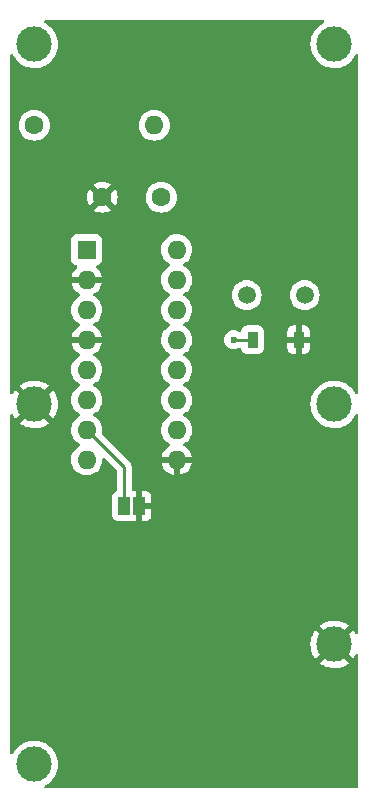
<source format=gbr>
%TF.GenerationSoftware,KiCad,Pcbnew,(6.0.5)*%
%TF.CreationDate,2022-06-15T09:44:05+09:30*%
%TF.ProjectId,SX-64 8701,53582d36-3420-4383-9730-312e6b696361,rev?*%
%TF.SameCoordinates,Original*%
%TF.FileFunction,Copper,L1,Top*%
%TF.FilePolarity,Positive*%
%FSLAX46Y46*%
G04 Gerber Fmt 4.6, Leading zero omitted, Abs format (unit mm)*
G04 Created by KiCad (PCBNEW (6.0.5)) date 2022-06-15 09:44:05*
%MOMM*%
%LPD*%
G01*
G04 APERTURE LIST*
%TA.AperFunction,ComponentPad*%
%ADD10R,1.600000X1.600000*%
%TD*%
%TA.AperFunction,ComponentPad*%
%ADD11O,1.600000X1.600000*%
%TD*%
%TA.AperFunction,ComponentPad*%
%ADD12C,1.500000*%
%TD*%
%TA.AperFunction,ComponentPad*%
%ADD13C,3.000000*%
%TD*%
%TA.AperFunction,SMDPad,CuDef*%
%ADD14R,0.900000X1.400000*%
%TD*%
%TA.AperFunction,SMDPad,CuDef*%
%ADD15R,1.000000X1.500000*%
%TD*%
%TA.AperFunction,ComponentPad*%
%ADD16C,1.600000*%
%TD*%
%TA.AperFunction,ViaPad*%
%ADD17C,0.600000*%
%TD*%
%TA.AperFunction,Conductor*%
%ADD18C,0.250000*%
%TD*%
G04 APERTURE END LIST*
D10*
%TO.P,U1,1,N/C*%
%TO.N,N/C*%
X128524000Y-85092500D03*
D11*
%TO.P,U1,2,VSS*%
%TO.N,GND*%
X128524000Y-87632500D03*
%TO.P,U1,3,N/C*%
%TO.N,N/C*%
X128524000Y-90172500D03*
%TO.P,U1,4,N/C*%
%TO.N,GND*%
X128524000Y-92712500D03*
%TO.P,U1,5,Reset*%
%TO.N,N/C*%
X128524000Y-95252500D03*
%TO.P,U1,6,PhiDot*%
X128524000Y-97792500D03*
%TO.P,U1,7,PAL/NTSC*%
X128524000Y-100332500D03*
%TO.P,U1,8,PhiColor*%
X128524000Y-102872500D03*
%TO.P,U1,9,VSS*%
%TO.N,GND*%
X136144000Y-102872500D03*
%TO.P,U1,10,N/C*%
%TO.N,N/C*%
X136144000Y-100332500D03*
%TO.P,U1,11,N/C*%
X136144000Y-97792500D03*
%TO.P,U1,12,VDD*%
X136144000Y-95252500D03*
%TO.P,U1,13,XTAL_Out*%
X136144000Y-92712500D03*
%TO.P,U1,14,XTAL_In*%
X136144000Y-90172500D03*
%TO.P,U1,15,VDD*%
X136144000Y-87632500D03*
%TO.P,U1,16,N/C*%
X136144000Y-85092500D03*
%TD*%
D12*
%TO.P,X1,1,1*%
%TO.N,N/C*%
X146976000Y-88930000D03*
%TO.P,X1,2,2*%
X142076000Y-88930000D03*
%TD*%
D13*
%TO.P,DotClock,2*%
%TO.N,N/C*%
X149481500Y-98173500D03*
%TD*%
D14*
%TO.P,CT1,1*%
%TO.N,N/C*%
X142576000Y-92710000D03*
%TO.P,CT1,2*%
%TO.N,GND*%
X146476000Y-92710000D03*
%TD*%
D13*
%TO.P,\u00D8Color,6*%
%TO.N,N/C*%
X124081500Y-128653500D03*
%TD*%
%TO.P,\u00D8o,3*%
%TO.N,N/C*%
X149481500Y-67693500D03*
%TD*%
%TO.P,5V,4*%
%TO.N,N/C*%
X124081500Y-67693500D03*
%TD*%
%TO.P,GND,5*%
%TO.N,GND*%
X124081500Y-98173500D03*
%TD*%
D15*
%TO.P,JP1,1*%
%TO.N,N/C*%
X131684000Y-106807000D03*
%TO.P,JP1,2*%
%TO.N,GND*%
X132984000Y-106807000D03*
%TD*%
D16*
%TO.P,C1,1*%
%TO.N,GND*%
X129834000Y-80645000D03*
%TO.P,C1,2*%
%TO.N,N/C*%
X134834000Y-80645000D03*
%TD*%
D13*
%TO.P,GND,1*%
%TO.N,GND*%
X149481500Y-118493500D03*
%TD*%
D16*
%TO.P,L1,1*%
%TO.N,N/C*%
X124079000Y-74549000D03*
D11*
%TO.P,L1,2*%
X134239000Y-74549000D03*
%TD*%
D17*
%TO.N,*%
X140970000Y-92710000D03*
%TD*%
D18*
%TO.N,*%
X131684000Y-106807000D02*
X131684000Y-103492500D01*
X131684000Y-103492500D02*
X128524000Y-100332500D01*
X142576000Y-92710000D02*
X140970000Y-92710000D01*
%TD*%
%TA.AperFunction,Conductor*%
%TO.N,GND*%
G36*
X148578042Y-65682002D02*
G01*
X148624535Y-65735658D01*
X148634639Y-65805932D01*
X148605145Y-65870512D01*
X148568138Y-65899473D01*
X148567530Y-65899732D01*
X148547625Y-65911645D01*
X148336225Y-66038164D01*
X148336221Y-66038167D01*
X148332543Y-66040368D01*
X148118818Y-66211594D01*
X147930308Y-66410242D01*
X147770502Y-66632636D01*
X147642357Y-66874661D01*
X147640885Y-66878684D01*
X147640883Y-66878688D01*
X147633814Y-66898006D01*
X147548243Y-67131837D01*
X147489904Y-67399407D01*
X147468417Y-67672418D01*
X147484182Y-67945820D01*
X147485007Y-67950025D01*
X147485008Y-67950033D01*
X147495627Y-68004157D01*
X147536905Y-68214553D01*
X147538292Y-68218603D01*
X147538293Y-68218608D01*
X147559105Y-68279395D01*
X147625612Y-68473644D01*
X147748660Y-68718299D01*
X147751086Y-68721828D01*
X147751089Y-68721834D01*
X147901343Y-68940453D01*
X147903774Y-68943990D01*
X148088082Y-69146543D01*
X148298175Y-69322207D01*
X148301816Y-69324491D01*
X148526524Y-69465451D01*
X148526528Y-69465453D01*
X148530164Y-69467734D01*
X148598044Y-69498383D01*
X148775845Y-69578664D01*
X148775849Y-69578666D01*
X148779757Y-69580430D01*
X148783877Y-69581650D01*
X148783876Y-69581650D01*
X149038223Y-69656991D01*
X149038227Y-69656992D01*
X149042336Y-69658209D01*
X149046570Y-69658857D01*
X149046575Y-69658858D01*
X149308798Y-69698983D01*
X149308800Y-69698983D01*
X149313040Y-69699632D01*
X149452412Y-69701822D01*
X149582571Y-69703867D01*
X149582577Y-69703867D01*
X149586862Y-69703934D01*
X149858735Y-69671034D01*
X150123627Y-69601541D01*
X150127587Y-69599901D01*
X150127592Y-69599899D01*
X150250131Y-69549141D01*
X150376636Y-69496741D01*
X150613082Y-69358573D01*
X150828589Y-69189594D01*
X150870309Y-69146543D01*
X151016186Y-68996009D01*
X151019169Y-68992931D01*
X151021702Y-68989483D01*
X151021706Y-68989478D01*
X151178757Y-68775678D01*
X151181295Y-68772223D01*
X151276269Y-68597303D01*
X151326352Y-68546981D01*
X151395690Y-68531725D01*
X151462269Y-68556377D01*
X151504951Y-68613112D01*
X151513000Y-68657425D01*
X151513000Y-97211391D01*
X151492998Y-97279512D01*
X151439342Y-97326005D01*
X151369068Y-97336109D01*
X151304488Y-97306615D01*
X151275034Y-97269181D01*
X151205478Y-97134419D01*
X151205478Y-97134418D01*
X151203513Y-97130612D01*
X151193540Y-97116421D01*
X151048508Y-96910062D01*
X151046045Y-96906557D01*
X150859625Y-96705945D01*
X150856310Y-96703231D01*
X150856306Y-96703228D01*
X150651023Y-96535206D01*
X150647705Y-96532490D01*
X150414204Y-96389401D01*
X150410268Y-96387673D01*
X150167373Y-96281049D01*
X150167369Y-96281048D01*
X150163445Y-96279325D01*
X149900066Y-96204300D01*
X149895824Y-96203696D01*
X149895818Y-96203695D01*
X149695334Y-96175162D01*
X149628943Y-96165713D01*
X149485089Y-96164960D01*
X149359377Y-96164302D01*
X149359371Y-96164302D01*
X149355091Y-96164280D01*
X149350847Y-96164839D01*
X149350843Y-96164839D01*
X149231802Y-96180511D01*
X149083578Y-96200025D01*
X149079438Y-96201158D01*
X149079436Y-96201158D01*
X149006508Y-96221109D01*
X148819428Y-96272288D01*
X148815480Y-96273972D01*
X148571482Y-96378046D01*
X148571478Y-96378048D01*
X148567530Y-96379732D01*
X148519788Y-96408305D01*
X148336225Y-96518164D01*
X148336221Y-96518167D01*
X148332543Y-96520368D01*
X148118818Y-96691594D01*
X147930308Y-96890242D01*
X147770502Y-97112636D01*
X147642357Y-97354661D01*
X147640885Y-97358684D01*
X147640883Y-97358688D01*
X147633741Y-97378205D01*
X147548243Y-97611837D01*
X147489904Y-97879407D01*
X147468417Y-98152418D01*
X147484182Y-98425820D01*
X147485007Y-98430025D01*
X147485008Y-98430033D01*
X147506198Y-98538039D01*
X147536905Y-98694553D01*
X147538292Y-98698603D01*
X147538293Y-98698608D01*
X147618321Y-98932349D01*
X147625612Y-98953644D01*
X147667222Y-99036377D01*
X147716480Y-99134315D01*
X147748660Y-99198299D01*
X147751086Y-99201828D01*
X147751089Y-99201834D01*
X147880241Y-99389750D01*
X147903774Y-99423990D01*
X148088082Y-99626543D01*
X148298175Y-99802207D01*
X148301816Y-99804491D01*
X148526524Y-99945451D01*
X148526528Y-99945453D01*
X148530164Y-99947734D01*
X148598044Y-99978383D01*
X148775845Y-100058664D01*
X148775849Y-100058666D01*
X148779757Y-100060430D01*
X148783877Y-100061650D01*
X148783876Y-100061650D01*
X149038223Y-100136991D01*
X149038227Y-100136992D01*
X149042336Y-100138209D01*
X149046570Y-100138857D01*
X149046575Y-100138858D01*
X149308798Y-100178983D01*
X149308800Y-100178983D01*
X149313040Y-100179632D01*
X149452412Y-100181822D01*
X149582571Y-100183867D01*
X149582577Y-100183867D01*
X149586862Y-100183934D01*
X149858735Y-100151034D01*
X150123627Y-100081541D01*
X150127587Y-100079901D01*
X150127592Y-100079899D01*
X150250131Y-100029141D01*
X150376636Y-99976741D01*
X150613082Y-99838573D01*
X150828589Y-99669594D01*
X150870309Y-99626543D01*
X151016186Y-99476009D01*
X151019169Y-99472931D01*
X151021702Y-99469483D01*
X151021706Y-99469478D01*
X151178757Y-99255678D01*
X151181295Y-99252223D01*
X151183488Y-99248185D01*
X151276269Y-99077303D01*
X151326352Y-99026981D01*
X151395690Y-99011725D01*
X151462269Y-99036377D01*
X151504951Y-99093112D01*
X151513000Y-99137425D01*
X151513000Y-117532481D01*
X151492998Y-117600602D01*
X151439342Y-117647095D01*
X151369068Y-117657199D01*
X151304488Y-117627705D01*
X151275034Y-117590270D01*
X151205053Y-117454683D01*
X151200622Y-117447366D01*
X151081531Y-117277917D01*
X151071009Y-117269537D01*
X151057621Y-117276589D01*
X149853522Y-118480688D01*
X149845908Y-118494632D01*
X149846039Y-118496465D01*
X149850290Y-118503080D01*
X151057230Y-119710020D01*
X151069439Y-119716687D01*
X151080939Y-119707997D01*
X151178331Y-119575413D01*
X151182918Y-119568185D01*
X151276269Y-119396255D01*
X151326352Y-119345933D01*
X151395690Y-119330677D01*
X151462269Y-119355329D01*
X151504951Y-119412064D01*
X151513000Y-119456377D01*
X151513000Y-130559000D01*
X151492998Y-130627121D01*
X151439342Y-130673614D01*
X151387000Y-130685000D01*
X125051380Y-130685000D01*
X124983259Y-130664998D01*
X124936766Y-130611342D01*
X124926662Y-130541068D01*
X124956156Y-130476488D01*
X124987809Y-130450212D01*
X125209379Y-130320737D01*
X125209380Y-130320736D01*
X125213082Y-130318573D01*
X125428589Y-130149594D01*
X125470309Y-130106543D01*
X125616186Y-129956009D01*
X125619169Y-129952931D01*
X125621702Y-129949483D01*
X125621706Y-129949478D01*
X125778757Y-129735678D01*
X125781295Y-129732223D01*
X125808654Y-129681834D01*
X125909918Y-129495330D01*
X125909919Y-129495328D01*
X125911968Y-129491554D01*
X126008769Y-129235377D01*
X126069907Y-128968433D01*
X126094251Y-128695661D01*
X126094693Y-128653500D01*
X126076067Y-128380278D01*
X126020532Y-128112112D01*
X125929117Y-127853965D01*
X125803513Y-127610612D01*
X125793540Y-127596421D01*
X125648508Y-127390062D01*
X125646045Y-127386557D01*
X125459625Y-127185945D01*
X125456310Y-127183231D01*
X125456306Y-127183228D01*
X125251023Y-127015206D01*
X125247705Y-127012490D01*
X125014204Y-126869401D01*
X125010268Y-126867673D01*
X124767373Y-126761049D01*
X124767369Y-126761048D01*
X124763445Y-126759325D01*
X124500066Y-126684300D01*
X124495824Y-126683696D01*
X124495818Y-126683695D01*
X124295334Y-126655162D01*
X124228943Y-126645713D01*
X124085089Y-126644960D01*
X123959377Y-126644302D01*
X123959371Y-126644302D01*
X123955091Y-126644280D01*
X123950847Y-126644839D01*
X123950843Y-126644839D01*
X123831802Y-126660511D01*
X123683578Y-126680025D01*
X123679438Y-126681158D01*
X123679436Y-126681158D01*
X123606508Y-126701109D01*
X123419428Y-126752288D01*
X123415480Y-126753972D01*
X123171482Y-126858046D01*
X123171478Y-126858048D01*
X123167530Y-126859732D01*
X123147625Y-126871645D01*
X122936225Y-126998164D01*
X122936221Y-126998167D01*
X122932543Y-127000368D01*
X122718818Y-127171594D01*
X122530308Y-127370242D01*
X122370502Y-127592636D01*
X122368498Y-127596421D01*
X122287355Y-127749674D01*
X122237802Y-127800517D01*
X122168627Y-127816499D01*
X122101794Y-127792545D01*
X122058520Y-127736261D01*
X122050000Y-127690715D01*
X122050000Y-120083154D01*
X148257118Y-120083154D01*
X148264173Y-120093127D01*
X148295179Y-120119051D01*
X148302098Y-120124079D01*
X148526772Y-120265015D01*
X148534307Y-120269056D01*
X148776020Y-120378194D01*
X148784051Y-120381180D01*
X149038332Y-120456502D01*
X149046684Y-120458369D01*
X149308840Y-120498484D01*
X149317374Y-120499200D01*
X149582545Y-120503367D01*
X149591096Y-120502918D01*
X149854383Y-120471057D01*
X149862784Y-120469455D01*
X150119324Y-120402153D01*
X150127426Y-120399426D01*
X150372449Y-120297934D01*
X150380117Y-120294128D01*
X150609098Y-120160322D01*
X150616179Y-120155509D01*
X150696155Y-120092801D01*
X150704625Y-120080942D01*
X150698108Y-120069318D01*
X149494312Y-118865522D01*
X149480368Y-118857908D01*
X149478535Y-118858039D01*
X149471920Y-118862290D01*
X148264410Y-120069800D01*
X148257118Y-120083154D01*
X122050000Y-120083154D01*
X122050000Y-118476704D01*
X147469165Y-118476704D01*
X147484432Y-118741469D01*
X147485505Y-118749970D01*
X147536565Y-119010222D01*
X147538776Y-119018474D01*
X147624684Y-119269394D01*
X147627999Y-119277279D01*
X147747164Y-119514213D01*
X147751520Y-119521579D01*
X147880847Y-119709750D01*
X147891101Y-119718094D01*
X147904842Y-119710948D01*
X149109478Y-118506312D01*
X149117092Y-118492368D01*
X149116961Y-118490535D01*
X149112710Y-118483920D01*
X147905314Y-117276524D01*
X147893304Y-117269966D01*
X147881564Y-117278934D01*
X147773435Y-117429411D01*
X147768918Y-117436696D01*
X147644825Y-117671067D01*
X147641339Y-117678895D01*
X147550200Y-117927946D01*
X147547811Y-117936170D01*
X147491312Y-118195295D01*
X147490063Y-118203750D01*
X147469254Y-118468153D01*
X147469165Y-118476704D01*
X122050000Y-118476704D01*
X122050000Y-116906000D01*
X148258084Y-116906000D01*
X148264480Y-116917270D01*
X149468688Y-118121478D01*
X149482632Y-118129092D01*
X149484465Y-118128961D01*
X149491080Y-118124710D01*
X150698104Y-116917686D01*
X150705295Y-116904517D01*
X150697973Y-116894280D01*
X150650733Y-116855615D01*
X150643761Y-116850660D01*
X150417622Y-116712082D01*
X150410052Y-116708124D01*
X150167204Y-116601522D01*
X150159144Y-116598620D01*
X149904092Y-116525967D01*
X149895714Y-116524185D01*
X149633156Y-116486818D01*
X149624611Y-116486191D01*
X149359408Y-116484802D01*
X149350874Y-116485339D01*
X149087933Y-116519956D01*
X149079535Y-116521649D01*
X148823738Y-116591627D01*
X148815643Y-116594446D01*
X148571699Y-116698497D01*
X148564077Y-116702381D01*
X148336513Y-116838575D01*
X148329481Y-116843462D01*
X148266553Y-116893877D01*
X148258084Y-116906000D01*
X122050000Y-116906000D01*
X122050000Y-102872500D01*
X127210502Y-102872500D01*
X127230457Y-103100587D01*
X127231881Y-103105900D01*
X127231881Y-103105902D01*
X127278897Y-103281365D01*
X127289716Y-103321743D01*
X127292039Y-103326724D01*
X127292039Y-103326725D01*
X127384151Y-103524262D01*
X127384154Y-103524267D01*
X127386477Y-103529249D01*
X127517802Y-103716800D01*
X127679700Y-103878698D01*
X127684208Y-103881855D01*
X127684211Y-103881857D01*
X127762389Y-103936598D01*
X127867251Y-104010023D01*
X127872233Y-104012346D01*
X127872238Y-104012349D01*
X128068765Y-104103990D01*
X128074757Y-104106784D01*
X128080065Y-104108206D01*
X128080067Y-104108207D01*
X128290598Y-104164619D01*
X128290600Y-104164619D01*
X128295913Y-104166043D01*
X128524000Y-104185998D01*
X128752087Y-104166043D01*
X128757400Y-104164619D01*
X128757402Y-104164619D01*
X128967933Y-104108207D01*
X128967935Y-104108206D01*
X128973243Y-104106784D01*
X128979235Y-104103990D01*
X129175762Y-104012349D01*
X129175767Y-104012346D01*
X129180749Y-104010023D01*
X129285611Y-103936598D01*
X129363789Y-103881857D01*
X129363792Y-103881855D01*
X129368300Y-103878698D01*
X129530198Y-103716800D01*
X129661523Y-103529249D01*
X129663846Y-103524267D01*
X129663849Y-103524262D01*
X129755961Y-103326725D01*
X129755961Y-103326724D01*
X129758284Y-103321743D01*
X129769104Y-103281365D01*
X129816119Y-103105902D01*
X129816119Y-103105900D01*
X129817543Y-103100587D01*
X129837498Y-102872500D01*
X129837019Y-102867025D01*
X129837019Y-102867015D01*
X129835974Y-102855072D01*
X129849962Y-102785467D01*
X129899361Y-102734474D01*
X129968486Y-102718283D01*
X130035392Y-102742035D01*
X130050589Y-102754994D01*
X131013595Y-103718000D01*
X131047621Y-103780312D01*
X131050500Y-103807095D01*
X131050500Y-105476618D01*
X131030498Y-105544739D01*
X130976842Y-105591232D01*
X130968731Y-105594599D01*
X130945707Y-105603231D01*
X130945704Y-105603232D01*
X130937295Y-105606385D01*
X130820739Y-105693739D01*
X130733385Y-105810295D01*
X130682255Y-105946684D01*
X130675500Y-106008866D01*
X130675500Y-107605134D01*
X130682255Y-107667316D01*
X130733385Y-107803705D01*
X130820739Y-107920261D01*
X130937295Y-108007615D01*
X131073684Y-108058745D01*
X131135866Y-108065500D01*
X132232134Y-108065500D01*
X132294316Y-108058745D01*
X132301716Y-108055971D01*
X132305942Y-108054966D01*
X132364239Y-108054966D01*
X132381646Y-108059105D01*
X132432514Y-108064631D01*
X132439328Y-108065000D01*
X132711885Y-108065000D01*
X132727124Y-108060525D01*
X132728329Y-108059135D01*
X132730000Y-108051452D01*
X132730000Y-108046884D01*
X133238000Y-108046884D01*
X133242475Y-108062123D01*
X133243865Y-108063328D01*
X133251548Y-108064999D01*
X133528669Y-108064999D01*
X133535490Y-108064629D01*
X133586352Y-108059105D01*
X133601604Y-108055479D01*
X133722054Y-108010324D01*
X133737649Y-108001786D01*
X133839724Y-107925285D01*
X133852285Y-107912724D01*
X133928786Y-107810649D01*
X133937324Y-107795054D01*
X133982478Y-107674606D01*
X133986105Y-107659351D01*
X133991631Y-107608486D01*
X133992000Y-107601672D01*
X133992000Y-107079115D01*
X133987525Y-107063876D01*
X133986135Y-107062671D01*
X133978452Y-107061000D01*
X133256115Y-107061000D01*
X133240876Y-107065475D01*
X133239671Y-107066865D01*
X133238000Y-107074548D01*
X133238000Y-108046884D01*
X132730000Y-108046884D01*
X132730000Y-106534885D01*
X133238000Y-106534885D01*
X133242475Y-106550124D01*
X133243865Y-106551329D01*
X133251548Y-106553000D01*
X133973884Y-106553000D01*
X133989123Y-106548525D01*
X133990328Y-106547135D01*
X133991999Y-106539452D01*
X133991999Y-106012331D01*
X133991629Y-106005510D01*
X133986105Y-105954648D01*
X133982479Y-105939396D01*
X133937324Y-105818946D01*
X133928786Y-105803351D01*
X133852285Y-105701276D01*
X133839724Y-105688715D01*
X133737649Y-105612214D01*
X133722054Y-105603676D01*
X133601606Y-105558522D01*
X133586351Y-105554895D01*
X133535486Y-105549369D01*
X133528672Y-105549000D01*
X133256115Y-105549000D01*
X133240876Y-105553475D01*
X133239671Y-105554865D01*
X133238000Y-105562548D01*
X133238000Y-106534885D01*
X132730000Y-106534885D01*
X132730000Y-105567116D01*
X132725525Y-105551877D01*
X132724135Y-105550672D01*
X132716452Y-105549001D01*
X132443500Y-105549001D01*
X132375379Y-105528999D01*
X132328886Y-105475343D01*
X132317500Y-105423001D01*
X132317500Y-103571267D01*
X132318027Y-103560084D01*
X132319702Y-103552591D01*
X132317562Y-103484500D01*
X132317500Y-103480543D01*
X132317500Y-103452644D01*
X132316996Y-103448653D01*
X132316063Y-103436811D01*
X132314923Y-103400536D01*
X132314674Y-103392611D01*
X132312462Y-103384997D01*
X132312461Y-103384992D01*
X132309023Y-103373159D01*
X132305012Y-103353795D01*
X132303467Y-103341564D01*
X132302474Y-103333703D01*
X132299557Y-103326336D01*
X132299556Y-103326331D01*
X132286198Y-103292592D01*
X132282354Y-103281365D01*
X132272230Y-103246522D01*
X132270018Y-103238907D01*
X132259707Y-103221472D01*
X132251012Y-103203724D01*
X132243552Y-103184883D01*
X132217564Y-103149113D01*
X132211048Y-103139193D01*
X132210947Y-103139022D01*
X134861273Y-103139022D01*
X134908764Y-103316261D01*
X134912510Y-103326553D01*
X135004586Y-103524011D01*
X135010069Y-103533507D01*
X135135028Y-103711967D01*
X135142084Y-103720375D01*
X135296125Y-103874416D01*
X135304533Y-103881472D01*
X135482993Y-104006431D01*
X135492489Y-104011914D01*
X135689947Y-104103990D01*
X135700239Y-104107736D01*
X135872503Y-104153894D01*
X135886599Y-104153558D01*
X135890000Y-104145616D01*
X135890000Y-104140467D01*
X136398000Y-104140467D01*
X136401973Y-104153998D01*
X136410522Y-104155227D01*
X136587761Y-104107736D01*
X136598053Y-104103990D01*
X136795511Y-104011914D01*
X136805007Y-104006431D01*
X136983467Y-103881472D01*
X136991875Y-103874416D01*
X137145916Y-103720375D01*
X137152972Y-103711967D01*
X137277931Y-103533507D01*
X137283414Y-103524011D01*
X137375490Y-103326553D01*
X137379236Y-103316261D01*
X137425394Y-103143997D01*
X137425058Y-103129901D01*
X137417116Y-103126500D01*
X136416115Y-103126500D01*
X136400876Y-103130975D01*
X136399671Y-103132365D01*
X136398000Y-103140048D01*
X136398000Y-104140467D01*
X135890000Y-104140467D01*
X135890000Y-103144615D01*
X135885525Y-103129376D01*
X135884135Y-103128171D01*
X135876452Y-103126500D01*
X134876033Y-103126500D01*
X134862502Y-103130473D01*
X134861273Y-103139022D01*
X132210947Y-103139022D01*
X132192580Y-103107965D01*
X132192578Y-103107962D01*
X132188542Y-103101138D01*
X132174221Y-103086817D01*
X132161380Y-103071783D01*
X132154131Y-103061806D01*
X132149472Y-103055393D01*
X132115395Y-103027202D01*
X132106616Y-103019212D01*
X129833152Y-100745748D01*
X129799126Y-100683436D01*
X129800541Y-100624041D01*
X129816118Y-100565909D01*
X129816120Y-100565898D01*
X129817543Y-100560587D01*
X129837498Y-100332500D01*
X134830502Y-100332500D01*
X134850457Y-100560587D01*
X134851881Y-100565900D01*
X134851881Y-100565902D01*
X134883375Y-100683436D01*
X134909716Y-100781743D01*
X134912039Y-100786724D01*
X134912039Y-100786725D01*
X135004151Y-100984262D01*
X135004154Y-100984267D01*
X135006477Y-100989249D01*
X135137802Y-101176800D01*
X135299700Y-101338698D01*
X135304208Y-101341855D01*
X135304211Y-101341857D01*
X135382389Y-101396598D01*
X135487251Y-101470023D01*
X135492233Y-101472346D01*
X135492238Y-101472349D01*
X135527049Y-101488581D01*
X135580334Y-101535498D01*
X135599795Y-101603775D01*
X135579253Y-101671735D01*
X135527049Y-101716971D01*
X135492489Y-101733086D01*
X135482993Y-101738569D01*
X135304533Y-101863528D01*
X135296125Y-101870584D01*
X135142084Y-102024625D01*
X135135028Y-102033033D01*
X135010069Y-102211493D01*
X135004586Y-102220989D01*
X134912510Y-102418447D01*
X134908764Y-102428739D01*
X134862606Y-102601003D01*
X134862942Y-102615099D01*
X134870884Y-102618500D01*
X137411967Y-102618500D01*
X137425498Y-102614527D01*
X137426727Y-102605978D01*
X137379236Y-102428739D01*
X137375490Y-102418447D01*
X137283414Y-102220989D01*
X137277931Y-102211493D01*
X137152972Y-102033033D01*
X137145916Y-102024625D01*
X136991875Y-101870584D01*
X136983467Y-101863528D01*
X136805007Y-101738569D01*
X136795511Y-101733086D01*
X136760951Y-101716971D01*
X136707666Y-101670054D01*
X136688205Y-101601777D01*
X136708747Y-101533817D01*
X136760951Y-101488581D01*
X136795762Y-101472349D01*
X136795767Y-101472346D01*
X136800749Y-101470023D01*
X136905611Y-101396598D01*
X136983789Y-101341857D01*
X136983792Y-101341855D01*
X136988300Y-101338698D01*
X137150198Y-101176800D01*
X137281523Y-100989249D01*
X137283846Y-100984267D01*
X137283849Y-100984262D01*
X137375961Y-100786725D01*
X137375961Y-100786724D01*
X137378284Y-100781743D01*
X137404626Y-100683436D01*
X137436119Y-100565902D01*
X137436119Y-100565900D01*
X137437543Y-100560587D01*
X137457498Y-100332500D01*
X137437543Y-100104413D01*
X137431706Y-100082630D01*
X137379707Y-99888567D01*
X137379706Y-99888565D01*
X137378284Y-99883257D01*
X137357448Y-99838573D01*
X137283849Y-99680738D01*
X137283846Y-99680733D01*
X137281523Y-99675751D01*
X137150198Y-99488200D01*
X136988300Y-99326302D01*
X136983792Y-99323145D01*
X136983789Y-99323143D01*
X136887060Y-99255413D01*
X136800749Y-99194977D01*
X136795767Y-99192654D01*
X136795762Y-99192651D01*
X136761543Y-99176695D01*
X136708258Y-99129778D01*
X136688797Y-99061501D01*
X136709339Y-98993541D01*
X136761543Y-98948305D01*
X136795762Y-98932349D01*
X136795767Y-98932346D01*
X136800749Y-98930023D01*
X136905611Y-98856598D01*
X136983789Y-98801857D01*
X136983792Y-98801855D01*
X136988300Y-98798698D01*
X137150198Y-98636800D01*
X137281523Y-98449249D01*
X137283846Y-98444267D01*
X137283849Y-98444262D01*
X137375961Y-98246725D01*
X137375961Y-98246724D01*
X137378284Y-98241743D01*
X137396267Y-98174632D01*
X137436119Y-98025902D01*
X137436119Y-98025900D01*
X137437543Y-98020587D01*
X137457498Y-97792500D01*
X137437543Y-97564413D01*
X137436119Y-97559098D01*
X137379707Y-97348567D01*
X137379706Y-97348565D01*
X137378284Y-97343257D01*
X137368179Y-97321587D01*
X137283849Y-97140738D01*
X137283846Y-97140733D01*
X137281523Y-97135751D01*
X137150198Y-96948200D01*
X136988300Y-96786302D01*
X136983792Y-96783145D01*
X136983789Y-96783143D01*
X136878027Y-96709088D01*
X136800749Y-96654977D01*
X136795767Y-96652654D01*
X136795762Y-96652651D01*
X136761543Y-96636695D01*
X136708258Y-96589778D01*
X136688797Y-96521501D01*
X136709339Y-96453541D01*
X136761543Y-96408305D01*
X136795762Y-96392349D01*
X136795767Y-96392346D01*
X136800749Y-96390023D01*
X136969836Y-96271627D01*
X136983789Y-96261857D01*
X136983792Y-96261855D01*
X136988300Y-96258698D01*
X137150198Y-96096800D01*
X137281523Y-95909249D01*
X137283846Y-95904267D01*
X137283849Y-95904262D01*
X137375961Y-95706725D01*
X137375961Y-95706724D01*
X137378284Y-95701743D01*
X137437543Y-95480587D01*
X137457498Y-95252500D01*
X137437543Y-95024413D01*
X137378284Y-94803257D01*
X137375961Y-94798275D01*
X137283849Y-94600738D01*
X137283846Y-94600733D01*
X137281523Y-94595751D01*
X137150198Y-94408200D01*
X136988300Y-94246302D01*
X136983792Y-94243145D01*
X136983789Y-94243143D01*
X136905611Y-94188402D01*
X136800749Y-94114977D01*
X136795767Y-94112654D01*
X136795762Y-94112651D01*
X136761543Y-94096695D01*
X136708258Y-94049778D01*
X136688797Y-93981501D01*
X136709339Y-93913541D01*
X136761543Y-93868305D01*
X136795762Y-93852349D01*
X136795767Y-93852346D01*
X136800749Y-93850023D01*
X136921140Y-93765724D01*
X136983789Y-93721857D01*
X136983792Y-93721855D01*
X136988300Y-93718698D01*
X137150198Y-93556800D01*
X137170642Y-93527604D01*
X137224317Y-93450947D01*
X137281523Y-93369249D01*
X137283846Y-93364267D01*
X137283849Y-93364262D01*
X137375961Y-93166725D01*
X137375961Y-93166724D01*
X137378284Y-93161743D01*
X137406271Y-93057297D01*
X137436119Y-92945902D01*
X137436119Y-92945900D01*
X137437543Y-92940587D01*
X137457498Y-92712500D01*
X137456285Y-92698640D01*
X140156463Y-92698640D01*
X140174163Y-92879160D01*
X140231418Y-93051273D01*
X140235065Y-93057295D01*
X140235066Y-93057297D01*
X140301338Y-93166725D01*
X140325380Y-93206424D01*
X140451382Y-93336902D01*
X140603159Y-93436222D01*
X140609763Y-93438678D01*
X140609765Y-93438679D01*
X140766558Y-93496990D01*
X140766560Y-93496990D01*
X140773168Y-93499448D01*
X140856995Y-93510633D01*
X140945980Y-93522507D01*
X140945984Y-93522507D01*
X140952961Y-93523438D01*
X140959972Y-93522800D01*
X140959976Y-93522800D01*
X141102459Y-93509832D01*
X141133600Y-93506998D01*
X141140302Y-93504820D01*
X141140304Y-93504820D01*
X141299409Y-93453124D01*
X141299412Y-93453123D01*
X141306108Y-93450947D01*
X141429245Y-93377542D01*
X141497998Y-93359843D01*
X141565408Y-93382125D01*
X141610070Y-93437314D01*
X141619024Y-93472164D01*
X141624255Y-93520316D01*
X141675385Y-93656705D01*
X141762739Y-93773261D01*
X141879295Y-93860615D01*
X142015684Y-93911745D01*
X142077866Y-93918500D01*
X143074134Y-93918500D01*
X143136316Y-93911745D01*
X143272705Y-93860615D01*
X143389261Y-93773261D01*
X143476615Y-93656705D01*
X143527745Y-93520316D01*
X143534500Y-93458134D01*
X143534500Y-93454669D01*
X145518001Y-93454669D01*
X145518371Y-93461490D01*
X145523895Y-93512352D01*
X145527521Y-93527604D01*
X145572676Y-93648054D01*
X145581214Y-93663649D01*
X145657715Y-93765724D01*
X145670276Y-93778285D01*
X145772351Y-93854786D01*
X145787946Y-93863324D01*
X145908394Y-93908478D01*
X145923649Y-93912105D01*
X145974514Y-93917631D01*
X145981328Y-93918000D01*
X146203885Y-93918000D01*
X146219124Y-93913525D01*
X146220329Y-93912135D01*
X146222000Y-93904452D01*
X146222000Y-93899884D01*
X146730000Y-93899884D01*
X146734475Y-93915123D01*
X146735865Y-93916328D01*
X146743548Y-93917999D01*
X146970669Y-93917999D01*
X146977490Y-93917629D01*
X147028352Y-93912105D01*
X147043604Y-93908479D01*
X147164054Y-93863324D01*
X147179649Y-93854786D01*
X147281724Y-93778285D01*
X147294285Y-93765724D01*
X147370786Y-93663649D01*
X147379324Y-93648054D01*
X147424478Y-93527606D01*
X147428105Y-93512351D01*
X147433631Y-93461486D01*
X147434000Y-93454672D01*
X147434000Y-92982115D01*
X147429525Y-92966876D01*
X147428135Y-92965671D01*
X147420452Y-92964000D01*
X146748115Y-92964000D01*
X146732876Y-92968475D01*
X146731671Y-92969865D01*
X146730000Y-92977548D01*
X146730000Y-93899884D01*
X146222000Y-93899884D01*
X146222000Y-92982115D01*
X146217525Y-92966876D01*
X146216135Y-92965671D01*
X146208452Y-92964000D01*
X145536116Y-92964000D01*
X145520877Y-92968475D01*
X145519672Y-92969865D01*
X145518001Y-92977548D01*
X145518001Y-93454669D01*
X143534500Y-93454669D01*
X143534500Y-92437885D01*
X145518000Y-92437885D01*
X145522475Y-92453124D01*
X145523865Y-92454329D01*
X145531548Y-92456000D01*
X146203885Y-92456000D01*
X146219124Y-92451525D01*
X146220329Y-92450135D01*
X146222000Y-92442452D01*
X146222000Y-92437885D01*
X146730000Y-92437885D01*
X146734475Y-92453124D01*
X146735865Y-92454329D01*
X146743548Y-92456000D01*
X147415884Y-92456000D01*
X147431123Y-92451525D01*
X147432328Y-92450135D01*
X147433999Y-92442452D01*
X147433999Y-91965331D01*
X147433629Y-91958510D01*
X147428105Y-91907648D01*
X147424479Y-91892396D01*
X147379324Y-91771946D01*
X147370786Y-91756351D01*
X147294285Y-91654276D01*
X147281724Y-91641715D01*
X147179649Y-91565214D01*
X147164054Y-91556676D01*
X147043606Y-91511522D01*
X147028351Y-91507895D01*
X146977486Y-91502369D01*
X146970672Y-91502000D01*
X146748115Y-91502000D01*
X146732876Y-91506475D01*
X146731671Y-91507865D01*
X146730000Y-91515548D01*
X146730000Y-92437885D01*
X146222000Y-92437885D01*
X146222000Y-91520116D01*
X146217525Y-91504877D01*
X146216135Y-91503672D01*
X146208452Y-91502001D01*
X145981331Y-91502001D01*
X145974510Y-91502371D01*
X145923648Y-91507895D01*
X145908396Y-91511521D01*
X145787946Y-91556676D01*
X145772351Y-91565214D01*
X145670276Y-91641715D01*
X145657715Y-91654276D01*
X145581214Y-91756351D01*
X145572676Y-91771946D01*
X145527522Y-91892394D01*
X145523895Y-91907649D01*
X145518369Y-91958514D01*
X145518000Y-91965328D01*
X145518000Y-92437885D01*
X143534500Y-92437885D01*
X143534500Y-91961866D01*
X143527745Y-91899684D01*
X143476615Y-91763295D01*
X143389261Y-91646739D01*
X143272705Y-91559385D01*
X143136316Y-91508255D01*
X143074134Y-91501500D01*
X142077866Y-91501500D01*
X142015684Y-91508255D01*
X141879295Y-91559385D01*
X141762739Y-91646739D01*
X141675385Y-91763295D01*
X141624255Y-91899684D01*
X141622022Y-91920243D01*
X141618891Y-91949061D01*
X141591649Y-92014623D01*
X141533286Y-92055049D01*
X141462332Y-92057504D01*
X141426117Y-92041840D01*
X141326666Y-91978727D01*
X141269775Y-91958469D01*
X141162425Y-91920243D01*
X141162420Y-91920242D01*
X141155790Y-91917881D01*
X141148802Y-91917048D01*
X141148799Y-91917047D01*
X141025698Y-91902368D01*
X140975680Y-91896404D01*
X140968677Y-91897140D01*
X140968676Y-91897140D01*
X140802288Y-91914628D01*
X140802286Y-91914629D01*
X140795288Y-91915364D01*
X140623579Y-91973818D01*
X140561109Y-92012250D01*
X140475095Y-92065166D01*
X140475092Y-92065168D01*
X140469088Y-92068862D01*
X140464053Y-92073793D01*
X140464050Y-92073795D01*
X140461288Y-92076500D01*
X140339493Y-92195771D01*
X140241235Y-92348238D01*
X140238826Y-92354858D01*
X140238824Y-92354861D01*
X140191671Y-92484413D01*
X140179197Y-92518685D01*
X140156463Y-92698640D01*
X137456285Y-92698640D01*
X137437543Y-92484413D01*
X137425076Y-92437885D01*
X137379707Y-92268567D01*
X137379706Y-92268565D01*
X137378284Y-92263257D01*
X137375961Y-92258275D01*
X137283849Y-92060738D01*
X137283846Y-92060733D01*
X137281523Y-92055751D01*
X137184985Y-91917881D01*
X137153357Y-91872711D01*
X137153355Y-91872708D01*
X137150198Y-91868200D01*
X136988300Y-91706302D01*
X136983792Y-91703145D01*
X136983789Y-91703143D01*
X136895551Y-91641358D01*
X136800749Y-91574977D01*
X136795767Y-91572654D01*
X136795762Y-91572651D01*
X136761543Y-91556695D01*
X136708258Y-91509778D01*
X136688797Y-91441501D01*
X136709339Y-91373541D01*
X136761543Y-91328305D01*
X136795762Y-91312349D01*
X136795767Y-91312346D01*
X136800749Y-91310023D01*
X136905611Y-91236598D01*
X136983789Y-91181857D01*
X136983792Y-91181855D01*
X136988300Y-91178698D01*
X137150198Y-91016800D01*
X137281523Y-90829249D01*
X137283846Y-90824267D01*
X137283849Y-90824262D01*
X137375961Y-90626725D01*
X137375961Y-90626724D01*
X137378284Y-90621743D01*
X137437543Y-90400587D01*
X137457498Y-90172500D01*
X137437543Y-89944413D01*
X137384361Y-89745935D01*
X137379707Y-89728567D01*
X137379706Y-89728565D01*
X137378284Y-89723257D01*
X137305030Y-89566162D01*
X137283849Y-89520738D01*
X137283846Y-89520733D01*
X137281523Y-89515751D01*
X137177409Y-89367061D01*
X137153357Y-89332711D01*
X137153355Y-89332708D01*
X137150198Y-89328200D01*
X136988300Y-89166302D01*
X136983792Y-89163145D01*
X136983789Y-89163143D01*
X136905611Y-89108402D01*
X136800749Y-89034977D01*
X136795767Y-89032654D01*
X136795762Y-89032651D01*
X136761543Y-89016695D01*
X136708258Y-88969778D01*
X136696920Y-88930000D01*
X140812693Y-88930000D01*
X140831885Y-89149371D01*
X140888880Y-89362076D01*
X140891205Y-89367061D01*
X140979618Y-89556666D01*
X140979621Y-89556671D01*
X140981944Y-89561653D01*
X141108251Y-89742038D01*
X141263962Y-89897749D01*
X141444346Y-90024056D01*
X141643924Y-90117120D01*
X141856629Y-90174115D01*
X142076000Y-90193307D01*
X142295371Y-90174115D01*
X142508076Y-90117120D01*
X142707654Y-90024056D01*
X142888038Y-89897749D01*
X143043749Y-89742038D01*
X143170056Y-89561653D01*
X143172379Y-89556671D01*
X143172382Y-89556666D01*
X143260795Y-89367061D01*
X143263120Y-89362076D01*
X143320115Y-89149371D01*
X143339307Y-88930000D01*
X145712693Y-88930000D01*
X145731885Y-89149371D01*
X145788880Y-89362076D01*
X145791205Y-89367061D01*
X145879618Y-89556666D01*
X145879621Y-89556671D01*
X145881944Y-89561653D01*
X146008251Y-89742038D01*
X146163962Y-89897749D01*
X146344346Y-90024056D01*
X146543924Y-90117120D01*
X146756629Y-90174115D01*
X146976000Y-90193307D01*
X147195371Y-90174115D01*
X147408076Y-90117120D01*
X147607654Y-90024056D01*
X147788038Y-89897749D01*
X147943749Y-89742038D01*
X148070056Y-89561653D01*
X148072379Y-89556671D01*
X148072382Y-89556666D01*
X148160795Y-89367061D01*
X148163120Y-89362076D01*
X148220115Y-89149371D01*
X148239307Y-88930000D01*
X148220115Y-88710629D01*
X148163120Y-88497924D01*
X148119585Y-88404562D01*
X148072382Y-88303334D01*
X148072379Y-88303329D01*
X148070056Y-88298347D01*
X147943749Y-88117962D01*
X147788038Y-87962251D01*
X147607654Y-87835944D01*
X147408076Y-87742880D01*
X147195371Y-87685885D01*
X146976000Y-87666693D01*
X146756629Y-87685885D01*
X146543924Y-87742880D01*
X146450562Y-87786415D01*
X146349334Y-87833618D01*
X146349329Y-87833621D01*
X146344347Y-87835944D01*
X146339840Y-87839100D01*
X146339838Y-87839101D01*
X146168473Y-87959092D01*
X146168470Y-87959094D01*
X146163962Y-87962251D01*
X146008251Y-88117962D01*
X145881944Y-88298347D01*
X145879621Y-88303329D01*
X145879618Y-88303334D01*
X145832415Y-88404562D01*
X145788880Y-88497924D01*
X145731885Y-88710629D01*
X145712693Y-88930000D01*
X143339307Y-88930000D01*
X143320115Y-88710629D01*
X143263120Y-88497924D01*
X143219585Y-88404562D01*
X143172382Y-88303334D01*
X143172379Y-88303329D01*
X143170056Y-88298347D01*
X143043749Y-88117962D01*
X142888038Y-87962251D01*
X142707654Y-87835944D01*
X142508076Y-87742880D01*
X142295371Y-87685885D01*
X142076000Y-87666693D01*
X141856629Y-87685885D01*
X141643924Y-87742880D01*
X141550562Y-87786415D01*
X141449334Y-87833618D01*
X141449329Y-87833621D01*
X141444347Y-87835944D01*
X141439840Y-87839100D01*
X141439838Y-87839101D01*
X141268473Y-87959092D01*
X141268470Y-87959094D01*
X141263962Y-87962251D01*
X141108251Y-88117962D01*
X140981944Y-88298347D01*
X140979621Y-88303329D01*
X140979618Y-88303334D01*
X140932415Y-88404562D01*
X140888880Y-88497924D01*
X140831885Y-88710629D01*
X140812693Y-88930000D01*
X136696920Y-88930000D01*
X136688797Y-88901501D01*
X136709339Y-88833541D01*
X136761543Y-88788305D01*
X136795762Y-88772349D01*
X136795767Y-88772346D01*
X136800749Y-88770023D01*
X136905611Y-88696598D01*
X136983789Y-88641857D01*
X136983792Y-88641855D01*
X136988300Y-88638698D01*
X137150198Y-88476800D01*
X137281523Y-88289249D01*
X137283846Y-88284267D01*
X137283849Y-88284262D01*
X137375961Y-88086725D01*
X137375961Y-88086724D01*
X137378284Y-88081743D01*
X137411149Y-87959092D01*
X137436119Y-87865902D01*
X137436119Y-87865900D01*
X137437543Y-87860587D01*
X137457498Y-87632500D01*
X137437543Y-87404413D01*
X137378284Y-87183257D01*
X137283966Y-86980989D01*
X137283849Y-86980738D01*
X137283846Y-86980733D01*
X137281523Y-86975751D01*
X137150198Y-86788200D01*
X136988300Y-86626302D01*
X136983792Y-86623145D01*
X136983789Y-86623143D01*
X136882262Y-86552053D01*
X136800749Y-86494977D01*
X136795767Y-86492654D01*
X136795762Y-86492651D01*
X136761543Y-86476695D01*
X136708258Y-86429778D01*
X136688797Y-86361501D01*
X136709339Y-86293541D01*
X136761543Y-86248305D01*
X136795762Y-86232349D01*
X136795767Y-86232346D01*
X136800749Y-86230023D01*
X136942458Y-86130797D01*
X136983789Y-86101857D01*
X136983792Y-86101855D01*
X136988300Y-86098698D01*
X137150198Y-85936800D01*
X137281523Y-85749249D01*
X137283846Y-85744267D01*
X137283849Y-85744262D01*
X137375961Y-85546725D01*
X137375961Y-85546724D01*
X137378284Y-85541743D01*
X137437543Y-85320587D01*
X137457498Y-85092500D01*
X137437543Y-84864413D01*
X137378284Y-84643257D01*
X137375961Y-84638275D01*
X137283849Y-84440738D01*
X137283846Y-84440733D01*
X137281523Y-84435751D01*
X137150198Y-84248200D01*
X136988300Y-84086302D01*
X136983792Y-84083145D01*
X136983789Y-84083143D01*
X136905611Y-84028402D01*
X136800749Y-83954977D01*
X136795767Y-83952654D01*
X136795762Y-83952651D01*
X136598225Y-83860539D01*
X136598224Y-83860539D01*
X136593243Y-83858216D01*
X136587935Y-83856794D01*
X136587933Y-83856793D01*
X136377402Y-83800381D01*
X136377400Y-83800381D01*
X136372087Y-83798957D01*
X136144000Y-83779002D01*
X135915913Y-83798957D01*
X135910600Y-83800381D01*
X135910598Y-83800381D01*
X135700067Y-83856793D01*
X135700065Y-83856794D01*
X135694757Y-83858216D01*
X135689776Y-83860539D01*
X135689775Y-83860539D01*
X135492238Y-83952651D01*
X135492233Y-83952654D01*
X135487251Y-83954977D01*
X135382389Y-84028402D01*
X135304211Y-84083143D01*
X135304208Y-84083145D01*
X135299700Y-84086302D01*
X135137802Y-84248200D01*
X135006477Y-84435751D01*
X135004154Y-84440733D01*
X135004151Y-84440738D01*
X134912039Y-84638275D01*
X134909716Y-84643257D01*
X134850457Y-84864413D01*
X134830502Y-85092500D01*
X134850457Y-85320587D01*
X134909716Y-85541743D01*
X134912039Y-85546724D01*
X134912039Y-85546725D01*
X135004151Y-85744262D01*
X135004154Y-85744267D01*
X135006477Y-85749249D01*
X135137802Y-85936800D01*
X135299700Y-86098698D01*
X135304208Y-86101855D01*
X135304211Y-86101857D01*
X135345542Y-86130797D01*
X135487251Y-86230023D01*
X135492233Y-86232346D01*
X135492238Y-86232349D01*
X135526457Y-86248305D01*
X135579742Y-86295222D01*
X135599203Y-86363499D01*
X135578661Y-86431459D01*
X135526457Y-86476695D01*
X135492238Y-86492651D01*
X135492233Y-86492654D01*
X135487251Y-86494977D01*
X135405738Y-86552053D01*
X135304211Y-86623143D01*
X135304208Y-86623145D01*
X135299700Y-86626302D01*
X135137802Y-86788200D01*
X135006477Y-86975751D01*
X135004154Y-86980733D01*
X135004151Y-86980738D01*
X135004034Y-86980989D01*
X134909716Y-87183257D01*
X134850457Y-87404413D01*
X134830502Y-87632500D01*
X134850457Y-87860587D01*
X134851881Y-87865900D01*
X134851881Y-87865902D01*
X134876852Y-87959092D01*
X134909716Y-88081743D01*
X134912039Y-88086724D01*
X134912039Y-88086725D01*
X135004151Y-88284262D01*
X135004154Y-88284267D01*
X135006477Y-88289249D01*
X135137802Y-88476800D01*
X135299700Y-88638698D01*
X135304208Y-88641855D01*
X135304211Y-88641857D01*
X135382389Y-88696598D01*
X135487251Y-88770023D01*
X135492233Y-88772346D01*
X135492238Y-88772349D01*
X135526457Y-88788305D01*
X135579742Y-88835222D01*
X135599203Y-88903499D01*
X135578661Y-88971459D01*
X135526457Y-89016695D01*
X135492238Y-89032651D01*
X135492233Y-89032654D01*
X135487251Y-89034977D01*
X135382389Y-89108402D01*
X135304211Y-89163143D01*
X135304208Y-89163145D01*
X135299700Y-89166302D01*
X135137802Y-89328200D01*
X135134645Y-89332708D01*
X135134643Y-89332711D01*
X135110591Y-89367061D01*
X135006477Y-89515751D01*
X135004154Y-89520733D01*
X135004151Y-89520738D01*
X134982970Y-89566162D01*
X134909716Y-89723257D01*
X134908294Y-89728565D01*
X134908293Y-89728567D01*
X134903639Y-89745935D01*
X134850457Y-89944413D01*
X134830502Y-90172500D01*
X134850457Y-90400587D01*
X134909716Y-90621743D01*
X134912039Y-90626724D01*
X134912039Y-90626725D01*
X135004151Y-90824262D01*
X135004154Y-90824267D01*
X135006477Y-90829249D01*
X135137802Y-91016800D01*
X135299700Y-91178698D01*
X135304208Y-91181855D01*
X135304211Y-91181857D01*
X135382389Y-91236598D01*
X135487251Y-91310023D01*
X135492233Y-91312346D01*
X135492238Y-91312349D01*
X135526457Y-91328305D01*
X135579742Y-91375222D01*
X135599203Y-91443499D01*
X135578661Y-91511459D01*
X135526457Y-91556695D01*
X135492238Y-91572651D01*
X135492233Y-91572654D01*
X135487251Y-91574977D01*
X135392449Y-91641358D01*
X135304211Y-91703143D01*
X135304208Y-91703145D01*
X135299700Y-91706302D01*
X135137802Y-91868200D01*
X135134645Y-91872708D01*
X135134643Y-91872711D01*
X135103015Y-91917881D01*
X135006477Y-92055751D01*
X135004154Y-92060733D01*
X135004151Y-92060738D01*
X134912039Y-92258275D01*
X134909716Y-92263257D01*
X134908294Y-92268565D01*
X134908293Y-92268567D01*
X134862924Y-92437885D01*
X134850457Y-92484413D01*
X134830502Y-92712500D01*
X134850457Y-92940587D01*
X134851881Y-92945900D01*
X134851881Y-92945902D01*
X134881730Y-93057297D01*
X134909716Y-93161743D01*
X134912039Y-93166724D01*
X134912039Y-93166725D01*
X135004151Y-93364262D01*
X135004154Y-93364267D01*
X135006477Y-93369249D01*
X135063683Y-93450947D01*
X135117359Y-93527604D01*
X135137802Y-93556800D01*
X135299700Y-93718698D01*
X135304208Y-93721855D01*
X135304211Y-93721857D01*
X135366860Y-93765724D01*
X135487251Y-93850023D01*
X135492233Y-93852346D01*
X135492238Y-93852349D01*
X135526457Y-93868305D01*
X135579742Y-93915222D01*
X135599203Y-93983499D01*
X135578661Y-94051459D01*
X135526457Y-94096695D01*
X135492238Y-94112651D01*
X135492233Y-94112654D01*
X135487251Y-94114977D01*
X135382389Y-94188402D01*
X135304211Y-94243143D01*
X135304208Y-94243145D01*
X135299700Y-94246302D01*
X135137802Y-94408200D01*
X135006477Y-94595751D01*
X135004154Y-94600733D01*
X135004151Y-94600738D01*
X134912039Y-94798275D01*
X134909716Y-94803257D01*
X134850457Y-95024413D01*
X134830502Y-95252500D01*
X134850457Y-95480587D01*
X134909716Y-95701743D01*
X134912039Y-95706724D01*
X134912039Y-95706725D01*
X135004151Y-95904262D01*
X135004154Y-95904267D01*
X135006477Y-95909249D01*
X135137802Y-96096800D01*
X135299700Y-96258698D01*
X135304208Y-96261855D01*
X135304211Y-96261857D01*
X135318164Y-96271627D01*
X135487251Y-96390023D01*
X135492233Y-96392346D01*
X135492238Y-96392349D01*
X135526457Y-96408305D01*
X135579742Y-96455222D01*
X135599203Y-96523499D01*
X135578661Y-96591459D01*
X135526457Y-96636695D01*
X135492238Y-96652651D01*
X135492233Y-96652654D01*
X135487251Y-96654977D01*
X135409973Y-96709088D01*
X135304211Y-96783143D01*
X135304208Y-96783145D01*
X135299700Y-96786302D01*
X135137802Y-96948200D01*
X135006477Y-97135751D01*
X135004154Y-97140733D01*
X135004151Y-97140738D01*
X134919821Y-97321587D01*
X134909716Y-97343257D01*
X134908294Y-97348565D01*
X134908293Y-97348567D01*
X134851881Y-97559098D01*
X134850457Y-97564413D01*
X134830502Y-97792500D01*
X134850457Y-98020587D01*
X134851881Y-98025900D01*
X134851881Y-98025902D01*
X134891734Y-98174632D01*
X134909716Y-98241743D01*
X134912039Y-98246724D01*
X134912039Y-98246725D01*
X135004151Y-98444262D01*
X135004154Y-98444267D01*
X135006477Y-98449249D01*
X135137802Y-98636800D01*
X135299700Y-98798698D01*
X135304208Y-98801855D01*
X135304211Y-98801857D01*
X135382389Y-98856598D01*
X135487251Y-98930023D01*
X135492233Y-98932346D01*
X135492238Y-98932349D01*
X135526457Y-98948305D01*
X135579742Y-98995222D01*
X135599203Y-99063499D01*
X135578661Y-99131459D01*
X135526457Y-99176695D01*
X135492238Y-99192651D01*
X135492233Y-99192654D01*
X135487251Y-99194977D01*
X135400940Y-99255413D01*
X135304211Y-99323143D01*
X135304208Y-99323145D01*
X135299700Y-99326302D01*
X135137802Y-99488200D01*
X135006477Y-99675751D01*
X135004154Y-99680733D01*
X135004151Y-99680738D01*
X134930552Y-99838573D01*
X134909716Y-99883257D01*
X134908294Y-99888565D01*
X134908293Y-99888567D01*
X134856294Y-100082630D01*
X134850457Y-100104413D01*
X134830502Y-100332500D01*
X129837498Y-100332500D01*
X129817543Y-100104413D01*
X129811706Y-100082630D01*
X129759707Y-99888567D01*
X129759706Y-99888565D01*
X129758284Y-99883257D01*
X129737448Y-99838573D01*
X129663849Y-99680738D01*
X129663846Y-99680733D01*
X129661523Y-99675751D01*
X129530198Y-99488200D01*
X129368300Y-99326302D01*
X129363792Y-99323145D01*
X129363789Y-99323143D01*
X129267060Y-99255413D01*
X129180749Y-99194977D01*
X129175767Y-99192654D01*
X129175762Y-99192651D01*
X129141543Y-99176695D01*
X129088258Y-99129778D01*
X129068797Y-99061501D01*
X129089339Y-98993541D01*
X129141543Y-98948305D01*
X129175762Y-98932349D01*
X129175767Y-98932346D01*
X129180749Y-98930023D01*
X129285611Y-98856598D01*
X129363789Y-98801857D01*
X129363792Y-98801855D01*
X129368300Y-98798698D01*
X129530198Y-98636800D01*
X129661523Y-98449249D01*
X129663846Y-98444267D01*
X129663849Y-98444262D01*
X129755961Y-98246725D01*
X129755961Y-98246724D01*
X129758284Y-98241743D01*
X129776267Y-98174632D01*
X129816119Y-98025902D01*
X129816119Y-98025900D01*
X129817543Y-98020587D01*
X129837498Y-97792500D01*
X129817543Y-97564413D01*
X129816119Y-97559098D01*
X129759707Y-97348567D01*
X129759706Y-97348565D01*
X129758284Y-97343257D01*
X129748179Y-97321587D01*
X129663849Y-97140738D01*
X129663846Y-97140733D01*
X129661523Y-97135751D01*
X129530198Y-96948200D01*
X129368300Y-96786302D01*
X129363792Y-96783145D01*
X129363789Y-96783143D01*
X129258027Y-96709088D01*
X129180749Y-96654977D01*
X129175767Y-96652654D01*
X129175762Y-96652651D01*
X129141543Y-96636695D01*
X129088258Y-96589778D01*
X129068797Y-96521501D01*
X129089339Y-96453541D01*
X129141543Y-96408305D01*
X129175762Y-96392349D01*
X129175767Y-96392346D01*
X129180749Y-96390023D01*
X129349836Y-96271627D01*
X129363789Y-96261857D01*
X129363792Y-96261855D01*
X129368300Y-96258698D01*
X129530198Y-96096800D01*
X129661523Y-95909249D01*
X129663846Y-95904267D01*
X129663849Y-95904262D01*
X129755961Y-95706725D01*
X129755961Y-95706724D01*
X129758284Y-95701743D01*
X129817543Y-95480587D01*
X129837498Y-95252500D01*
X129817543Y-95024413D01*
X129758284Y-94803257D01*
X129755961Y-94798275D01*
X129663849Y-94600738D01*
X129663846Y-94600733D01*
X129661523Y-94595751D01*
X129530198Y-94408200D01*
X129368300Y-94246302D01*
X129363792Y-94243145D01*
X129363789Y-94243143D01*
X129285611Y-94188402D01*
X129180749Y-94114977D01*
X129175767Y-94112654D01*
X129175762Y-94112651D01*
X129140951Y-94096419D01*
X129087666Y-94049502D01*
X129068205Y-93981225D01*
X129088747Y-93913265D01*
X129140951Y-93868029D01*
X129175511Y-93851914D01*
X129185007Y-93846431D01*
X129363467Y-93721472D01*
X129371875Y-93714416D01*
X129525916Y-93560375D01*
X129532972Y-93551967D01*
X129657931Y-93373507D01*
X129663414Y-93364011D01*
X129755490Y-93166553D01*
X129759236Y-93156261D01*
X129805394Y-92983997D01*
X129805058Y-92969901D01*
X129797116Y-92966500D01*
X127256033Y-92966500D01*
X127242502Y-92970473D01*
X127241273Y-92979022D01*
X127288764Y-93156261D01*
X127292510Y-93166553D01*
X127384586Y-93364011D01*
X127390069Y-93373507D01*
X127515028Y-93551967D01*
X127522084Y-93560375D01*
X127676125Y-93714416D01*
X127684533Y-93721472D01*
X127862993Y-93846431D01*
X127872489Y-93851914D01*
X127907049Y-93868029D01*
X127960334Y-93914946D01*
X127979795Y-93983223D01*
X127959253Y-94051183D01*
X127907049Y-94096419D01*
X127872238Y-94112651D01*
X127872233Y-94112654D01*
X127867251Y-94114977D01*
X127762389Y-94188402D01*
X127684211Y-94243143D01*
X127684208Y-94243145D01*
X127679700Y-94246302D01*
X127517802Y-94408200D01*
X127386477Y-94595751D01*
X127384154Y-94600733D01*
X127384151Y-94600738D01*
X127292039Y-94798275D01*
X127289716Y-94803257D01*
X127230457Y-95024413D01*
X127210502Y-95252500D01*
X127230457Y-95480587D01*
X127289716Y-95701743D01*
X127292039Y-95706724D01*
X127292039Y-95706725D01*
X127384151Y-95904262D01*
X127384154Y-95904267D01*
X127386477Y-95909249D01*
X127517802Y-96096800D01*
X127679700Y-96258698D01*
X127684208Y-96261855D01*
X127684211Y-96261857D01*
X127698164Y-96271627D01*
X127867251Y-96390023D01*
X127872233Y-96392346D01*
X127872238Y-96392349D01*
X127906457Y-96408305D01*
X127959742Y-96455222D01*
X127979203Y-96523499D01*
X127958661Y-96591459D01*
X127906457Y-96636695D01*
X127872238Y-96652651D01*
X127872233Y-96652654D01*
X127867251Y-96654977D01*
X127789973Y-96709088D01*
X127684211Y-96783143D01*
X127684208Y-96783145D01*
X127679700Y-96786302D01*
X127517802Y-96948200D01*
X127386477Y-97135751D01*
X127384154Y-97140733D01*
X127384151Y-97140738D01*
X127299821Y-97321587D01*
X127289716Y-97343257D01*
X127288294Y-97348565D01*
X127288293Y-97348567D01*
X127231881Y-97559098D01*
X127230457Y-97564413D01*
X127210502Y-97792500D01*
X127230457Y-98020587D01*
X127231881Y-98025900D01*
X127231881Y-98025902D01*
X127271734Y-98174632D01*
X127289716Y-98241743D01*
X127292039Y-98246724D01*
X127292039Y-98246725D01*
X127384151Y-98444262D01*
X127384154Y-98444267D01*
X127386477Y-98449249D01*
X127517802Y-98636800D01*
X127679700Y-98798698D01*
X127684208Y-98801855D01*
X127684211Y-98801857D01*
X127762389Y-98856598D01*
X127867251Y-98930023D01*
X127872233Y-98932346D01*
X127872238Y-98932349D01*
X127906457Y-98948305D01*
X127959742Y-98995222D01*
X127979203Y-99063499D01*
X127958661Y-99131459D01*
X127906457Y-99176695D01*
X127872238Y-99192651D01*
X127872233Y-99192654D01*
X127867251Y-99194977D01*
X127780940Y-99255413D01*
X127684211Y-99323143D01*
X127684208Y-99323145D01*
X127679700Y-99326302D01*
X127517802Y-99488200D01*
X127386477Y-99675751D01*
X127384154Y-99680733D01*
X127384151Y-99680738D01*
X127310552Y-99838573D01*
X127289716Y-99883257D01*
X127288294Y-99888565D01*
X127288293Y-99888567D01*
X127236294Y-100082630D01*
X127230457Y-100104413D01*
X127210502Y-100332500D01*
X127230457Y-100560587D01*
X127231881Y-100565900D01*
X127231881Y-100565902D01*
X127263375Y-100683436D01*
X127289716Y-100781743D01*
X127292039Y-100786724D01*
X127292039Y-100786725D01*
X127384151Y-100984262D01*
X127384154Y-100984267D01*
X127386477Y-100989249D01*
X127517802Y-101176800D01*
X127679700Y-101338698D01*
X127684208Y-101341855D01*
X127684211Y-101341857D01*
X127762389Y-101396598D01*
X127867251Y-101470023D01*
X127872233Y-101472346D01*
X127872238Y-101472349D01*
X127906457Y-101488305D01*
X127959742Y-101535222D01*
X127979203Y-101603499D01*
X127958661Y-101671459D01*
X127906457Y-101716695D01*
X127872238Y-101732651D01*
X127872233Y-101732654D01*
X127867251Y-101734977D01*
X127762389Y-101808402D01*
X127684211Y-101863143D01*
X127684208Y-101863145D01*
X127679700Y-101866302D01*
X127517802Y-102028200D01*
X127386477Y-102215751D01*
X127384154Y-102220733D01*
X127384151Y-102220738D01*
X127384034Y-102220989D01*
X127289716Y-102423257D01*
X127230457Y-102644413D01*
X127210502Y-102872500D01*
X122050000Y-102872500D01*
X122050000Y-99763154D01*
X122857118Y-99763154D01*
X122864173Y-99773127D01*
X122895179Y-99799051D01*
X122902098Y-99804079D01*
X123126772Y-99945015D01*
X123134307Y-99949056D01*
X123376020Y-100058194D01*
X123384051Y-100061180D01*
X123638332Y-100136502D01*
X123646684Y-100138369D01*
X123908840Y-100178484D01*
X123917374Y-100179200D01*
X124182545Y-100183367D01*
X124191096Y-100182918D01*
X124454383Y-100151057D01*
X124462784Y-100149455D01*
X124719324Y-100082153D01*
X124727426Y-100079426D01*
X124972449Y-99977934D01*
X124980117Y-99974128D01*
X125209098Y-99840322D01*
X125216179Y-99835509D01*
X125296155Y-99772801D01*
X125304625Y-99760942D01*
X125298108Y-99749318D01*
X124094312Y-98545522D01*
X124080368Y-98537908D01*
X124078535Y-98538039D01*
X124071920Y-98542290D01*
X122864410Y-99749800D01*
X122857118Y-99763154D01*
X122050000Y-99763154D01*
X122050000Y-99134315D01*
X122070002Y-99066194D01*
X122123658Y-99019701D01*
X122193932Y-99009597D01*
X122258512Y-99039091D01*
X122288565Y-99077701D01*
X122347164Y-99194213D01*
X122351520Y-99201579D01*
X122480847Y-99389750D01*
X122491101Y-99398094D01*
X122504842Y-99390948D01*
X123709478Y-98186312D01*
X123715856Y-98174632D01*
X124445908Y-98174632D01*
X124446039Y-98176465D01*
X124450290Y-98183080D01*
X125657230Y-99390020D01*
X125669439Y-99396687D01*
X125680939Y-99387997D01*
X125778331Y-99255413D01*
X125782918Y-99248185D01*
X125909462Y-99015121D01*
X125913030Y-99007327D01*
X126006771Y-98759250D01*
X126009248Y-98751044D01*
X126068454Y-98492538D01*
X126069794Y-98484077D01*
X126093531Y-98218116D01*
X126093777Y-98213177D01*
X126094166Y-98175985D01*
X126094023Y-98171019D01*
X126075862Y-97904623D01*
X126074701Y-97896149D01*
X126020919Y-97636444D01*
X126018620Y-97628209D01*
X125930088Y-97378205D01*
X125926691Y-97370354D01*
X125805050Y-97134678D01*
X125800622Y-97127366D01*
X125681531Y-96957917D01*
X125671009Y-96949537D01*
X125657621Y-96956589D01*
X124453522Y-98160688D01*
X124445908Y-98174632D01*
X123715856Y-98174632D01*
X123717092Y-98172368D01*
X123716961Y-98170535D01*
X123712710Y-98163920D01*
X122505314Y-96956524D01*
X122493304Y-96949966D01*
X122481564Y-96958934D01*
X122373435Y-97109411D01*
X122368918Y-97116696D01*
X122287354Y-97270743D01*
X122237801Y-97321587D01*
X122168627Y-97337568D01*
X122101793Y-97313614D01*
X122058520Y-97257330D01*
X122050000Y-97211784D01*
X122050000Y-96586000D01*
X122858084Y-96586000D01*
X122864480Y-96597270D01*
X124068688Y-97801478D01*
X124082632Y-97809092D01*
X124084465Y-97808961D01*
X124091080Y-97804710D01*
X125298104Y-96597686D01*
X125305295Y-96584517D01*
X125297973Y-96574280D01*
X125250733Y-96535615D01*
X125243761Y-96530660D01*
X125017622Y-96392082D01*
X125010052Y-96388124D01*
X124767204Y-96281522D01*
X124759144Y-96278620D01*
X124504092Y-96205967D01*
X124495714Y-96204185D01*
X124233156Y-96166818D01*
X124224611Y-96166191D01*
X123959408Y-96164802D01*
X123950874Y-96165339D01*
X123687933Y-96199956D01*
X123679535Y-96201649D01*
X123423738Y-96271627D01*
X123415643Y-96274446D01*
X123171699Y-96378497D01*
X123164077Y-96382381D01*
X122936513Y-96518575D01*
X122929481Y-96523462D01*
X122866553Y-96573877D01*
X122858084Y-96586000D01*
X122050000Y-96586000D01*
X122050000Y-90172500D01*
X127210502Y-90172500D01*
X127230457Y-90400587D01*
X127289716Y-90621743D01*
X127292039Y-90626724D01*
X127292039Y-90626725D01*
X127384151Y-90824262D01*
X127384154Y-90824267D01*
X127386477Y-90829249D01*
X127517802Y-91016800D01*
X127679700Y-91178698D01*
X127684208Y-91181855D01*
X127684211Y-91181857D01*
X127762389Y-91236598D01*
X127867251Y-91310023D01*
X127872233Y-91312346D01*
X127872238Y-91312349D01*
X127907049Y-91328581D01*
X127960334Y-91375498D01*
X127979795Y-91443775D01*
X127959253Y-91511735D01*
X127907049Y-91556971D01*
X127872489Y-91573086D01*
X127862993Y-91578569D01*
X127684533Y-91703528D01*
X127676125Y-91710584D01*
X127522084Y-91864625D01*
X127515028Y-91873033D01*
X127390069Y-92051493D01*
X127384586Y-92060989D01*
X127292510Y-92258447D01*
X127288764Y-92268739D01*
X127242606Y-92441003D01*
X127242942Y-92455099D01*
X127250884Y-92458500D01*
X129791967Y-92458500D01*
X129805498Y-92454527D01*
X129806727Y-92445978D01*
X129759236Y-92268739D01*
X129755490Y-92258447D01*
X129663414Y-92060989D01*
X129657931Y-92051493D01*
X129532972Y-91873033D01*
X129525916Y-91864625D01*
X129371875Y-91710584D01*
X129363467Y-91703528D01*
X129185007Y-91578569D01*
X129175511Y-91573086D01*
X129140951Y-91556971D01*
X129087666Y-91510054D01*
X129068205Y-91441777D01*
X129088747Y-91373817D01*
X129140951Y-91328581D01*
X129175762Y-91312349D01*
X129175767Y-91312346D01*
X129180749Y-91310023D01*
X129285611Y-91236598D01*
X129363789Y-91181857D01*
X129363792Y-91181855D01*
X129368300Y-91178698D01*
X129530198Y-91016800D01*
X129661523Y-90829249D01*
X129663846Y-90824267D01*
X129663849Y-90824262D01*
X129755961Y-90626725D01*
X129755961Y-90626724D01*
X129758284Y-90621743D01*
X129817543Y-90400587D01*
X129837498Y-90172500D01*
X129817543Y-89944413D01*
X129764361Y-89745935D01*
X129759707Y-89728567D01*
X129759706Y-89728565D01*
X129758284Y-89723257D01*
X129685030Y-89566162D01*
X129663849Y-89520738D01*
X129663846Y-89520733D01*
X129661523Y-89515751D01*
X129557409Y-89367061D01*
X129533357Y-89332711D01*
X129533355Y-89332708D01*
X129530198Y-89328200D01*
X129368300Y-89166302D01*
X129363792Y-89163145D01*
X129363789Y-89163143D01*
X129285611Y-89108402D01*
X129180749Y-89034977D01*
X129175767Y-89032654D01*
X129175762Y-89032651D01*
X129140951Y-89016419D01*
X129087666Y-88969502D01*
X129068205Y-88901225D01*
X129088747Y-88833265D01*
X129140951Y-88788029D01*
X129175511Y-88771914D01*
X129185007Y-88766431D01*
X129363467Y-88641472D01*
X129371875Y-88634416D01*
X129525916Y-88480375D01*
X129532972Y-88471967D01*
X129657931Y-88293507D01*
X129663414Y-88284011D01*
X129755490Y-88086553D01*
X129759236Y-88076261D01*
X129805394Y-87903997D01*
X129805058Y-87889901D01*
X129797116Y-87886500D01*
X127256033Y-87886500D01*
X127242502Y-87890473D01*
X127241273Y-87899022D01*
X127288764Y-88076261D01*
X127292510Y-88086553D01*
X127384586Y-88284011D01*
X127390069Y-88293507D01*
X127515028Y-88471967D01*
X127522084Y-88480375D01*
X127676125Y-88634416D01*
X127684533Y-88641472D01*
X127862993Y-88766431D01*
X127872489Y-88771914D01*
X127907049Y-88788029D01*
X127960334Y-88834946D01*
X127979795Y-88903223D01*
X127959253Y-88971183D01*
X127907049Y-89016419D01*
X127872238Y-89032651D01*
X127872233Y-89032654D01*
X127867251Y-89034977D01*
X127762389Y-89108402D01*
X127684211Y-89163143D01*
X127684208Y-89163145D01*
X127679700Y-89166302D01*
X127517802Y-89328200D01*
X127514645Y-89332708D01*
X127514643Y-89332711D01*
X127490591Y-89367061D01*
X127386477Y-89515751D01*
X127384154Y-89520733D01*
X127384151Y-89520738D01*
X127362970Y-89566162D01*
X127289716Y-89723257D01*
X127288294Y-89728565D01*
X127288293Y-89728567D01*
X127283639Y-89745935D01*
X127230457Y-89944413D01*
X127210502Y-90172500D01*
X122050000Y-90172500D01*
X122050000Y-85940634D01*
X127215500Y-85940634D01*
X127222255Y-86002816D01*
X127273385Y-86139205D01*
X127360739Y-86255761D01*
X127477295Y-86343115D01*
X127613684Y-86394245D01*
X127625229Y-86395499D01*
X127627910Y-86396613D01*
X127629222Y-86396925D01*
X127629172Y-86397137D01*
X127690790Y-86422738D01*
X127731218Y-86481099D01*
X127733677Y-86552053D01*
X127697384Y-86613072D01*
X127686775Y-86621647D01*
X127676125Y-86630584D01*
X127522084Y-86784625D01*
X127515028Y-86793033D01*
X127390069Y-86971493D01*
X127384586Y-86980989D01*
X127292510Y-87178447D01*
X127288764Y-87188739D01*
X127242606Y-87361003D01*
X127242942Y-87375099D01*
X127250884Y-87378500D01*
X129791967Y-87378500D01*
X129805498Y-87374527D01*
X129806727Y-87365978D01*
X129759236Y-87188739D01*
X129755490Y-87178447D01*
X129663414Y-86980989D01*
X129657931Y-86971493D01*
X129532972Y-86793033D01*
X129525916Y-86784625D01*
X129371875Y-86630584D01*
X129359254Y-86619993D01*
X129360108Y-86618975D01*
X129319776Y-86568516D01*
X129312468Y-86497897D01*
X129344500Y-86434537D01*
X129405702Y-86398553D01*
X129422762Y-86395500D01*
X129434316Y-86394245D01*
X129570705Y-86343115D01*
X129687261Y-86255761D01*
X129774615Y-86139205D01*
X129825745Y-86002816D01*
X129832500Y-85940634D01*
X129832500Y-84244366D01*
X129825745Y-84182184D01*
X129774615Y-84045795D01*
X129687261Y-83929239D01*
X129570705Y-83841885D01*
X129434316Y-83790755D01*
X129372134Y-83784000D01*
X127675866Y-83784000D01*
X127613684Y-83790755D01*
X127477295Y-83841885D01*
X127360739Y-83929239D01*
X127273385Y-84045795D01*
X127222255Y-84182184D01*
X127215500Y-84244366D01*
X127215500Y-85940634D01*
X122050000Y-85940634D01*
X122050000Y-81731062D01*
X129112493Y-81731062D01*
X129121789Y-81743077D01*
X129172994Y-81778931D01*
X129182489Y-81784414D01*
X129379947Y-81876490D01*
X129390239Y-81880236D01*
X129600688Y-81936625D01*
X129611481Y-81938528D01*
X129828525Y-81957517D01*
X129839475Y-81957517D01*
X130056519Y-81938528D01*
X130067312Y-81936625D01*
X130277761Y-81880236D01*
X130288053Y-81876490D01*
X130485511Y-81784414D01*
X130495006Y-81778931D01*
X130547048Y-81742491D01*
X130555424Y-81732012D01*
X130548356Y-81718566D01*
X129846812Y-81017022D01*
X129832868Y-81009408D01*
X129831035Y-81009539D01*
X129824420Y-81013790D01*
X129118923Y-81719287D01*
X129112493Y-81731062D01*
X122050000Y-81731062D01*
X122050000Y-80650475D01*
X128521483Y-80650475D01*
X128540472Y-80867519D01*
X128542375Y-80878312D01*
X128598764Y-81088761D01*
X128602510Y-81099053D01*
X128694586Y-81296511D01*
X128700069Y-81306006D01*
X128736509Y-81358048D01*
X128746988Y-81366424D01*
X128760434Y-81359356D01*
X129461978Y-80657812D01*
X129468356Y-80646132D01*
X130198408Y-80646132D01*
X130198539Y-80647965D01*
X130202790Y-80654580D01*
X130908287Y-81360077D01*
X130920062Y-81366507D01*
X130932077Y-81357211D01*
X130967931Y-81306006D01*
X130973414Y-81296511D01*
X131065490Y-81099053D01*
X131069236Y-81088761D01*
X131125625Y-80878312D01*
X131127528Y-80867519D01*
X131146517Y-80650475D01*
X131146517Y-80645000D01*
X133520502Y-80645000D01*
X133540457Y-80873087D01*
X133541881Y-80878400D01*
X133541881Y-80878402D01*
X133579025Y-81017022D01*
X133599716Y-81094243D01*
X133602039Y-81099224D01*
X133602039Y-81099225D01*
X133694151Y-81296762D01*
X133694154Y-81296767D01*
X133696477Y-81301749D01*
X133827802Y-81489300D01*
X133989700Y-81651198D01*
X133994208Y-81654355D01*
X133994211Y-81654357D01*
X134072389Y-81709098D01*
X134177251Y-81782523D01*
X134182233Y-81784846D01*
X134182238Y-81784849D01*
X134378765Y-81876490D01*
X134384757Y-81879284D01*
X134390065Y-81880706D01*
X134390067Y-81880707D01*
X134600598Y-81937119D01*
X134600600Y-81937119D01*
X134605913Y-81938543D01*
X134834000Y-81958498D01*
X135062087Y-81938543D01*
X135067400Y-81937119D01*
X135067402Y-81937119D01*
X135277933Y-81880707D01*
X135277935Y-81880706D01*
X135283243Y-81879284D01*
X135289235Y-81876490D01*
X135485762Y-81784849D01*
X135485767Y-81784846D01*
X135490749Y-81782523D01*
X135595611Y-81709098D01*
X135673789Y-81654357D01*
X135673792Y-81654355D01*
X135678300Y-81651198D01*
X135840198Y-81489300D01*
X135971523Y-81301749D01*
X135973846Y-81296767D01*
X135973849Y-81296762D01*
X136065961Y-81099225D01*
X136065961Y-81099224D01*
X136068284Y-81094243D01*
X136088976Y-81017022D01*
X136126119Y-80878402D01*
X136126119Y-80878400D01*
X136127543Y-80873087D01*
X136147498Y-80645000D01*
X136127543Y-80416913D01*
X136090981Y-80280461D01*
X136069707Y-80201067D01*
X136069706Y-80201065D01*
X136068284Y-80195757D01*
X135973966Y-79993489D01*
X135973849Y-79993238D01*
X135973846Y-79993233D01*
X135971523Y-79988251D01*
X135840198Y-79800700D01*
X135678300Y-79638802D01*
X135673792Y-79635645D01*
X135673789Y-79635643D01*
X135547920Y-79547509D01*
X135490749Y-79507477D01*
X135485767Y-79505154D01*
X135485762Y-79505151D01*
X135288225Y-79413039D01*
X135288224Y-79413039D01*
X135283243Y-79410716D01*
X135277935Y-79409294D01*
X135277933Y-79409293D01*
X135067402Y-79352881D01*
X135067400Y-79352881D01*
X135062087Y-79351457D01*
X134834000Y-79331502D01*
X134605913Y-79351457D01*
X134600600Y-79352881D01*
X134600598Y-79352881D01*
X134390067Y-79409293D01*
X134390065Y-79409294D01*
X134384757Y-79410716D01*
X134379776Y-79413039D01*
X134379775Y-79413039D01*
X134182238Y-79505151D01*
X134182233Y-79505154D01*
X134177251Y-79507477D01*
X134120080Y-79547509D01*
X133994211Y-79635643D01*
X133994208Y-79635645D01*
X133989700Y-79638802D01*
X133827802Y-79800700D01*
X133696477Y-79988251D01*
X133694154Y-79993233D01*
X133694151Y-79993238D01*
X133694034Y-79993489D01*
X133599716Y-80195757D01*
X133598294Y-80201065D01*
X133598293Y-80201067D01*
X133577019Y-80280461D01*
X133540457Y-80416913D01*
X133520502Y-80645000D01*
X131146517Y-80645000D01*
X131146517Y-80639525D01*
X131127528Y-80422481D01*
X131125625Y-80411688D01*
X131069236Y-80201239D01*
X131065490Y-80190947D01*
X130973414Y-79993489D01*
X130967931Y-79983994D01*
X130931491Y-79931952D01*
X130921012Y-79923576D01*
X130907566Y-79930644D01*
X130206022Y-80632188D01*
X130198408Y-80646132D01*
X129468356Y-80646132D01*
X129469592Y-80643868D01*
X129469461Y-80642035D01*
X129465210Y-80635420D01*
X128759713Y-79929923D01*
X128747938Y-79923493D01*
X128735923Y-79932789D01*
X128700069Y-79983994D01*
X128694586Y-79993489D01*
X128602510Y-80190947D01*
X128598764Y-80201239D01*
X128542375Y-80411688D01*
X128540472Y-80422481D01*
X128521483Y-80639525D01*
X128521483Y-80650475D01*
X122050000Y-80650475D01*
X122050000Y-79557988D01*
X129112576Y-79557988D01*
X129119644Y-79571434D01*
X129821188Y-80272978D01*
X129835132Y-80280592D01*
X129836965Y-80280461D01*
X129843580Y-80276210D01*
X130549077Y-79570713D01*
X130555507Y-79558938D01*
X130546211Y-79546923D01*
X130495006Y-79511069D01*
X130485511Y-79505586D01*
X130288053Y-79413510D01*
X130277761Y-79409764D01*
X130067312Y-79353375D01*
X130056519Y-79351472D01*
X129839475Y-79332483D01*
X129828525Y-79332483D01*
X129611481Y-79351472D01*
X129600688Y-79353375D01*
X129390239Y-79409764D01*
X129379947Y-79413510D01*
X129182489Y-79505586D01*
X129172994Y-79511069D01*
X129120952Y-79547509D01*
X129112576Y-79557988D01*
X122050000Y-79557988D01*
X122050000Y-74549000D01*
X122765502Y-74549000D01*
X122785457Y-74777087D01*
X122844716Y-74998243D01*
X122847039Y-75003224D01*
X122847039Y-75003225D01*
X122939151Y-75200762D01*
X122939154Y-75200767D01*
X122941477Y-75205749D01*
X123072802Y-75393300D01*
X123234700Y-75555198D01*
X123239208Y-75558355D01*
X123239211Y-75558357D01*
X123317389Y-75613098D01*
X123422251Y-75686523D01*
X123427233Y-75688846D01*
X123427238Y-75688849D01*
X123624775Y-75780961D01*
X123629757Y-75783284D01*
X123635065Y-75784706D01*
X123635067Y-75784707D01*
X123845598Y-75841119D01*
X123845600Y-75841119D01*
X123850913Y-75842543D01*
X124079000Y-75862498D01*
X124307087Y-75842543D01*
X124312400Y-75841119D01*
X124312402Y-75841119D01*
X124522933Y-75784707D01*
X124522935Y-75784706D01*
X124528243Y-75783284D01*
X124533225Y-75780961D01*
X124730762Y-75688849D01*
X124730767Y-75688846D01*
X124735749Y-75686523D01*
X124840611Y-75613098D01*
X124918789Y-75558357D01*
X124918792Y-75558355D01*
X124923300Y-75555198D01*
X125085198Y-75393300D01*
X125216523Y-75205749D01*
X125218846Y-75200767D01*
X125218849Y-75200762D01*
X125310961Y-75003225D01*
X125310961Y-75003224D01*
X125313284Y-74998243D01*
X125372543Y-74777087D01*
X125392498Y-74549000D01*
X132925502Y-74549000D01*
X132945457Y-74777087D01*
X133004716Y-74998243D01*
X133007039Y-75003224D01*
X133007039Y-75003225D01*
X133099151Y-75200762D01*
X133099154Y-75200767D01*
X133101477Y-75205749D01*
X133232802Y-75393300D01*
X133394700Y-75555198D01*
X133399208Y-75558355D01*
X133399211Y-75558357D01*
X133477389Y-75613098D01*
X133582251Y-75686523D01*
X133587233Y-75688846D01*
X133587238Y-75688849D01*
X133784775Y-75780961D01*
X133789757Y-75783284D01*
X133795065Y-75784706D01*
X133795067Y-75784707D01*
X134005598Y-75841119D01*
X134005600Y-75841119D01*
X134010913Y-75842543D01*
X134239000Y-75862498D01*
X134467087Y-75842543D01*
X134472400Y-75841119D01*
X134472402Y-75841119D01*
X134682933Y-75784707D01*
X134682935Y-75784706D01*
X134688243Y-75783284D01*
X134693225Y-75780961D01*
X134890762Y-75688849D01*
X134890767Y-75688846D01*
X134895749Y-75686523D01*
X135000611Y-75613098D01*
X135078789Y-75558357D01*
X135078792Y-75558355D01*
X135083300Y-75555198D01*
X135245198Y-75393300D01*
X135376523Y-75205749D01*
X135378846Y-75200767D01*
X135378849Y-75200762D01*
X135470961Y-75003225D01*
X135470961Y-75003224D01*
X135473284Y-74998243D01*
X135532543Y-74777087D01*
X135552498Y-74549000D01*
X135532543Y-74320913D01*
X135473284Y-74099757D01*
X135470961Y-74094775D01*
X135378849Y-73897238D01*
X135378846Y-73897233D01*
X135376523Y-73892251D01*
X135245198Y-73704700D01*
X135083300Y-73542802D01*
X135078792Y-73539645D01*
X135078789Y-73539643D01*
X135000611Y-73484902D01*
X134895749Y-73411477D01*
X134890767Y-73409154D01*
X134890762Y-73409151D01*
X134693225Y-73317039D01*
X134693224Y-73317039D01*
X134688243Y-73314716D01*
X134682935Y-73313294D01*
X134682933Y-73313293D01*
X134472402Y-73256881D01*
X134472400Y-73256881D01*
X134467087Y-73255457D01*
X134239000Y-73235502D01*
X134010913Y-73255457D01*
X134005600Y-73256881D01*
X134005598Y-73256881D01*
X133795067Y-73313293D01*
X133795065Y-73313294D01*
X133789757Y-73314716D01*
X133784776Y-73317039D01*
X133784775Y-73317039D01*
X133587238Y-73409151D01*
X133587233Y-73409154D01*
X133582251Y-73411477D01*
X133477389Y-73484902D01*
X133399211Y-73539643D01*
X133399208Y-73539645D01*
X133394700Y-73542802D01*
X133232802Y-73704700D01*
X133101477Y-73892251D01*
X133099154Y-73897233D01*
X133099151Y-73897238D01*
X133007039Y-74094775D01*
X133004716Y-74099757D01*
X132945457Y-74320913D01*
X132925502Y-74549000D01*
X125392498Y-74549000D01*
X125372543Y-74320913D01*
X125313284Y-74099757D01*
X125310961Y-74094775D01*
X125218849Y-73897238D01*
X125218846Y-73897233D01*
X125216523Y-73892251D01*
X125085198Y-73704700D01*
X124923300Y-73542802D01*
X124918792Y-73539645D01*
X124918789Y-73539643D01*
X124840611Y-73484902D01*
X124735749Y-73411477D01*
X124730767Y-73409154D01*
X124730762Y-73409151D01*
X124533225Y-73317039D01*
X124533224Y-73317039D01*
X124528243Y-73314716D01*
X124522935Y-73313294D01*
X124522933Y-73313293D01*
X124312402Y-73256881D01*
X124312400Y-73256881D01*
X124307087Y-73255457D01*
X124079000Y-73235502D01*
X123850913Y-73255457D01*
X123845600Y-73256881D01*
X123845598Y-73256881D01*
X123635067Y-73313293D01*
X123635065Y-73313294D01*
X123629757Y-73314716D01*
X123624776Y-73317039D01*
X123624775Y-73317039D01*
X123427238Y-73409151D01*
X123427233Y-73409154D01*
X123422251Y-73411477D01*
X123317389Y-73484902D01*
X123239211Y-73539643D01*
X123239208Y-73539645D01*
X123234700Y-73542802D01*
X123072802Y-73704700D01*
X122941477Y-73892251D01*
X122939154Y-73897233D01*
X122939151Y-73897238D01*
X122847039Y-74094775D01*
X122844716Y-74099757D01*
X122785457Y-74320913D01*
X122765502Y-74549000D01*
X122050000Y-74549000D01*
X122050000Y-68655427D01*
X122070002Y-68587306D01*
X122123658Y-68540813D01*
X122193932Y-68530709D01*
X122258512Y-68560203D01*
X122288565Y-68598813D01*
X122348660Y-68718299D01*
X122351086Y-68721828D01*
X122351089Y-68721834D01*
X122501343Y-68940453D01*
X122503774Y-68943990D01*
X122688082Y-69146543D01*
X122898175Y-69322207D01*
X122901816Y-69324491D01*
X123126524Y-69465451D01*
X123126528Y-69465453D01*
X123130164Y-69467734D01*
X123198044Y-69498383D01*
X123375845Y-69578664D01*
X123375849Y-69578666D01*
X123379757Y-69580430D01*
X123383877Y-69581650D01*
X123383876Y-69581650D01*
X123638223Y-69656991D01*
X123638227Y-69656992D01*
X123642336Y-69658209D01*
X123646570Y-69658857D01*
X123646575Y-69658858D01*
X123908798Y-69698983D01*
X123908800Y-69698983D01*
X123913040Y-69699632D01*
X124052412Y-69701822D01*
X124182571Y-69703867D01*
X124182577Y-69703867D01*
X124186862Y-69703934D01*
X124458735Y-69671034D01*
X124723627Y-69601541D01*
X124727587Y-69599901D01*
X124727592Y-69599899D01*
X124850131Y-69549141D01*
X124976636Y-69496741D01*
X125213082Y-69358573D01*
X125428589Y-69189594D01*
X125470309Y-69146543D01*
X125616186Y-68996009D01*
X125619169Y-68992931D01*
X125621702Y-68989483D01*
X125621706Y-68989478D01*
X125778757Y-68775678D01*
X125781295Y-68772223D01*
X125808654Y-68721834D01*
X125909918Y-68535330D01*
X125909919Y-68535328D01*
X125911968Y-68531554D01*
X126008769Y-68275377D01*
X126069907Y-68008433D01*
X126094251Y-67735661D01*
X126094693Y-67693500D01*
X126076067Y-67420278D01*
X126020532Y-67152112D01*
X125929117Y-66893965D01*
X125803513Y-66650612D01*
X125793540Y-66636421D01*
X125648508Y-66430062D01*
X125646045Y-66426557D01*
X125459625Y-66225945D01*
X125456310Y-66223231D01*
X125456306Y-66223228D01*
X125251023Y-66055206D01*
X125247705Y-66052490D01*
X125014204Y-65909401D01*
X125000472Y-65903373D01*
X124946136Y-65857677D01*
X124925132Y-65789859D01*
X124944127Y-65721450D01*
X124997091Y-65674171D01*
X125051118Y-65662000D01*
X148509921Y-65662000D01*
X148578042Y-65682002D01*
G37*
%TD.AperFunction*%
%TD*%
M02*

</source>
